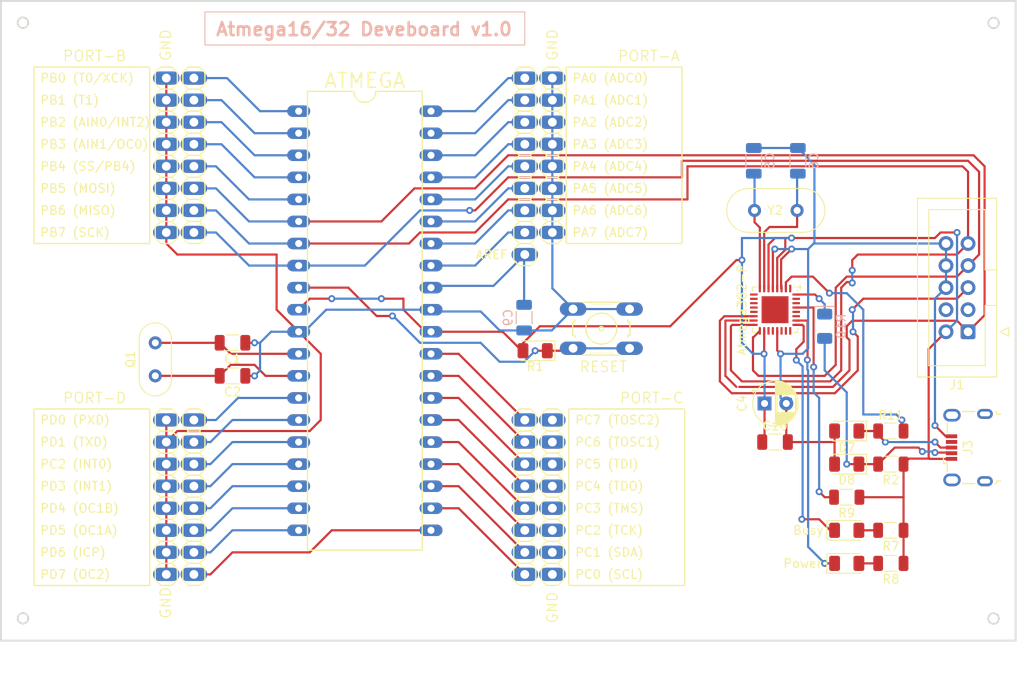
<source format=kicad_pcb>
(kicad_pcb (version 20240108) (generator "pcbnew") (generator_version "8.0")
  (title_block (title "Atmega 16 / 32 Development Board") (date "2024-04-18") (rev "V1.0") (company "badbyte.systems") (comment 1 "Open Source Hardware"))
  (layers (0 "F.Cu" signal "Top") (31 "B.Cu" signal "Bottom") (34 "B.Paste" user) (35 "F.Paste" user) (36 "B.SilkS" user "B.Silkscreen") (37 "F.SilkS" user "F.Silkscreen") (38 "B.Mask" user) (39 "F.Mask" user) (44 "Edge.Cuts" user))
  (net 0 "")
  (net 1 "Net-(ATMEGA-16-(AIN1{slash}OC0)PB3)")
  (net 2 "Net-(ATMEGA-16-(ADC4)PA4)")
  (net 3 "Net-(ATMEGA-16-(ADC0)PA0)")
  (net 4 "Net-(ATMEGA-16-(TCK)PC2)")
  (net 5 "Net-(ATMEGA-16-(AIN0{slash}INT2)PB2)")
  (net 6 "Net-(ATMEGA-16-(ADC2)PA2)")
  (net 7 "/SCK")
  (net 8 "Net-(ATMEGA-16-(SS)PB4)")
  (net 9 "Net-(ATMEGA-16-(ADC3)PA3)")
  (net 10 "GND")
  (net 11 "Net-(ATMEGA-16-(OC1A)PD5)")
  (net 12 "Net-(ATMEGA-16-(TDO)PC4)")
  (net 13 "Net-(ATMEGA-16-(TXD)PD1)")
  (net 14 "Net-(ATMEGA-16-(INT0)PD2)")
  (net 15 "Net-(ATMEGA-16-(TOSC1)PC6)")
  (net 16 "Net-(ATMEGA-16-(ADC7)PA7)")
  (net 17 "Net-(ATMEGA-16-(RXD)PD0)")
  (net 18 "Net-(ATMEGA-16-XTAL2)")
  (net 19 "Net-(ATMEGA-16-(SCL)PC0)")
  (net 20 "Net-(ATMEGA-16-(INT1)PD3)")
  (net 21 "Net-(ATMEGA-16-(TDI)PC5)")
  (net 22 "Net-(ATMEGA-16-(T1)PB1)")
  (net 23 "/MOSI")
  (net 24 "/MISO")
  (net 25 "Net-(ATMEGA-16-(ICP)PD6)")
  (net 26 "Net-(ATMEGA-16-(TOSC2)PC7)")
  (net 27 "Net-(ATMEGA-16-(ADC5)PA5)")
  (net 28 "+5V")
  (net 29 "/AREF")
  (net 30 "Net-(ATMEGA-16-(T0{slash}XCK)PB0)")
  (net 31 "Net-(ATMEGA-16-(TMS)PC3)")
  (net 32 "Net-(ATMEGA-16-(OC1B)PD4)")
  (net 33 "Net-(ATMEGA-16-(ADC6)PA6)")
  (net 34 "Net-(ATMEGA-16-XTAL1)")
  (net 35 "Net-(ATMEGA-16-(ADC1)PA1)")
  (net 36 "/RESET")
  (net 37 "Net-(ATMEGA-16-(OC2)PD7)")
  (net 38 "Net-(ATMEGA-16-(SDA)PC1)")
  (net 39 "Net-(U2-XTAL2{slash}PB7)")
  (net 40 "Net-(U2-XTAL1{slash}PB6)")
  (net 41 "Net-(D5-K)")
  (net 42 "Net-(D5-A)")
  (net 43 "Net-(D6-K)")
  (net 44 "Net-(D6-A)")
  (net 45 "Net-(D7-K)")
  (net 46 "Net-(D8-K)")
  (net 51 "Net-(U2-~{RESET}{slash}PC6)")
  (net 52 "Net-(U2-PD2)")
  (net 53 "Net-(U2-PD4)")
  (footprint "Capacitor_SMD:C_1206_3216Metric" (layer "F.Cu") (at 58.42 96.52 180)
    (property "Reference" "C2")
    (property "Value" "C")
  )
  (footprint "Atmega16-32 Development Board:B3F-10XX" (layer "F.Cu") (at 100.8888 91.0844 180)
    (property "Reference" "RESET")
    (property "Value" "SWITCH")
  )
  (footprint "LED_SMD:LED_1206_3216Metric" (layer "F.Cu") (at 129.145 118.110349)
    (property "Reference" "Power")
    (property "Value" "Power")
  )
  (footprint "Capacitor_THT:CP_Radial_D5.0mm_P2.50mm" (layer "F.Cu") (at 119.684887 99.695349)
    (property "Reference" "C4")
    (property "Value" "100uF")
  )
  (footprint "Resistor_SMD:R_1206_3216Metric" (layer "F.Cu") (at 134.225 118.110349 180)
    (property "Reference" "R8")
    (property "Value" "1K5")
  )
  (footprint "Atmega16-32 Development Board:1X08" (layer "F.Cu") (at 53.975 71.12 -90)
    (property "Reference" "PORT-B")
    (property "Value" "PINHD-1X8")
  )
  (footprint "Diode_SMD:D_1206_3216Metric" (layer "F.Cu") (at 93.2688 93.6244 180)
    (property "Reference" "R1")
    (property "Value" "10k")
  )
  (footprint "Resistor_SMD:R_1206_3216Metric" (layer "F.Cu") (at 134.225 106.680349 180)
    (property "Reference" "R2")
    (property "Value" "1K5")
  )
  (footprint "Capacitor_SMD:C_1206_3216Metric" (layer "F.Cu") (at 120.89 104.140349)
    (property "Reference" "C10")
    (property "Value" "0.1uF")
  )
  (footprint "Atmega16-32 Development Board:1X09" (layer "F.Cu") (at 92.075 72.39 90)
    (property "Reference" "PORT-A")
    (property "Value" "PINHD-1X9")
  )
  (footprint "Diode_SMD:D_1206_3216Metric" (layer "F.Cu") (at 129.145 102.870349 180)
    (property "Reference" "D7")
    (property "Value" "3V6")
  )
  (footprint "Atmega16-32 Development Board:1X08" (layer "F.Cu") (at 95.25 71.12 90)
    (property "Reference" "GND")
    (property "Value" "PINHD-1X8")
  )
  (footprint "LED_SMD:LED_1206_3216Metric" (layer "F.Cu") (at 129.145 114.300349)
    (property "Reference" "Busy")
    (property "Value" "Busy")
  )
  (footprint "Connector_USB:USB_Micro-B_Wuerth_629105150521" (layer "F.Cu") (at 143.115 104.775349 90)
    (property "Reference" "J3")
    (property "Value" "USB_B_Micro")
  )
  (footprint "Capacitor_SMD:C_1206_3216Metric" (layer "F.Cu") (at 58.42 92.71 180)
    (property "Reference" "C1")
    (property "Value" "C")
  )
  (footprint "Connector_IDC:IDC-Header_2x05_P2.54mm_Vertical" (layer "F.Cu") (at 143.115 91.440349 180)
    (property "Reference" "J1")
    (property "Value" "ISPHeader")
  )
  (footprint "Atmega16-32 Development Board:1X08" (layer "F.Cu") (at 50.8 71.12 90)
    (property "Reference" "GND")
    (property "Value" "PINHD-1X8")
  )
  (footprint "Crystal:Crystal_HC18-U_Vertical" (layer "F.Cu") (at 118.53 77.470349)
    (property "Reference" "Y2")
    (property "Value" "12MHz")
  )
  (footprint "Atmega16-32 Development Board:1X08" (layer "F.Cu") (at 50.8 110.49 90)
    (property "Reference" "GND")
    (property "Value" "PINHD-1X8")
  )
  (footprint "Atmega16-32 Development Board:1X08" (layer "F.Cu") (at 92.075 110.49 90)
    (property "Reference" "PORT-C")
    (property "Value" "PINHD-1X8")
  )
  (footprint "Atmega16-32 Development Board:1X08" (layer "F.Cu") (at 53.975 110.49 -90)
    (property "Reference" "PORT-D")
    (property "Value" "PINHD-1X8")
  )
  (footprint "Crystal:Crystal_HC52-U_Vertical" (layer "F.Cu") (at 49.53 96.515 90)
    (property "Reference" "Q1")
    (property "Value" "CRYSTAL")
  )
  (footprint "Package_DFN_QFN:QFN-32-1EP_5x5mm_P0.5mm_EP3.1x3.1mm" (layer "F.Cu") (at 120.89 88.900349 -90)
    (property "Reference" "Atmega382-P")
    (property "Value" "ATmega328-M")
  )
  (footprint "Resistor_SMD:R_1206_3216Metric" (layer "F.Cu") (at 134.225 114.300349 180)
    (property "Reference" "R7")
    (property "Value" "1K5")
  )
  (footprint "Atmega16-32 Development Board:DIL40" (layer "F.Cu") (at 73.66 90.17 -90)
    (property "Reference" "ATMEGA")
    (property "Value" "MEGA32-P")
  )
  (footprint "Resistor_SMD:R_1206_3216Metric" (layer "F.Cu") (at 134.225 102.870349)
    (property "Reference" "R11")
    (property "Value" "68")
  )
  (footprint "Resistor_SMD:R_1206_3216Metric" (layer "F.Cu") (at 129.145 110.490349 180)
    (property "Reference" "R9")
    (property "Value" "10K")
  )
  (footprint "Diode_SMD:D_1206_3216Metric" (layer "F.Cu") (at 129.145 106.680349 180)
    (property "Reference" "D8")
    (property "Value" "3V6")
  )
  (footprint "Atmega16-32 Development Board:1X08" (layer "F.Cu") (at 95.25 110.49 90)
    (property "Reference" "GND")
    (property "Value" "PINHD-1X8")
  )
  (footprint "Capacitor_SMD:C_1206_3216Metric" (layer "B.Cu") (at 123.52 71.755349 90)
    (property "Reference" "C6")
    (property "Value" "22pF")
  )
  (footprint "Capacitor_SMD:C_1206_3216Metric" (layer "B.Cu") (at 91.9988 89.8144 -90)
    (property "Reference" "C9")
    (property "Value" "100n")
  )
  (footprint "Capacitor_SMD:C_1206_3216Metric" (layer "B.Cu") (at 118.44 71.755349 90)
    (property "Reference" "C5")
    (property "Value" "22pF")
  )
  (footprint "Diode_SMD:D_1206_3216Metric" (layer "B.Cu") (at 126.605 90.805349 -90)
    (property "Reference" "R10")
    (property "Value" "68")
  )
  (gr_rect (start 96.8375 60.96) (end 110.1725 81.28) (stroke (width 0.15)) (fill none) (layer "F.SilkS"))
  (gr_rect (start 97.155 100.33) (end 110.49 120.65) (stroke (width 0.15)) (fill none) (layer "F.SilkS"))
  (gr_rect (start 35.56 60.96) (end 48.895 81.28) (stroke (width 0.15)) (fill none) (layer "F.SilkS"))
  (gr_rect (start 35.56 100.33) (end 48.895 120.65) (stroke (width 0.15)) (fill none) (layer "F.SilkS"))
  (gr_circle (center 34.29 55.855) (end 34.9 55.855) (stroke (width 0.2)) (fill none) (layer "Edge.Cuts"))
  (gr_circle (center 146.05 124.46) (end 146.66 124.46) (stroke (width 0.2)) (fill none) (layer "Edge.Cuts"))
  (gr_circle (center 146.05 55.88) (end 146.66 55.88) (stroke (width 0.2)) (fill none) (layer "Edge.Cuts"))
  (gr_line (start 148.59 127) (end 31.75 127) (stroke (width 0.2)) (layer "Edge.Cuts"))
  (gr_line (start 31.75 127) (end 31.75 53.34) (stroke (width 0.2)) (layer "Edge.Cuts"))
  (gr_line (start 31.75 53.34) (end 148.59 53.34) (stroke (width 0.2)) (layer "Edge.Cuts"))
  (gr_line (start 148.59 53.34) (end 148.59 127) (stroke (width 0.2)) (layer "Edge.Cuts"))
  (gr_circle (center 34.29 124.435) (end 34.9 124.435) (stroke (width 0.2)) (fill none) (layer "Edge.Cuts"))
  (gr_text "AREF" (at 86.36 82.55 0) (layer "F.SilkS") (effects (font (size 1 1)) (justify left)))
  (gr_text "PB6 (MISO)" (at 36.195 77.47 0) (layer "F.SilkS") (effects (font (size 1 1)) (justify left)))
  (gr_text "PA6 (ADC6)" (at 97.4725 77.47 0) (layer "F.SilkS") (effects (font (size 1 1)) (justify left)))
  (gr_text "PC2 (INT0)" (at 36.195 106.68 0) (layer "F.SilkS") (effects (font (size 1 1)) (justify left)))
  (gr_text "PB7 (SCK)" (at 36.195 80.01 0) (layer "F.SilkS") (effects (font (size 1 1)) (justify left)))
  (gr_text "PC4 (TDO)" (at 97.79 109.22 0) (layer "F.SilkS") (effects (font (size 1 1)) (justify left)))
  (gr_text "PD0 (PXD)" (at 36.195 101.6 0) (layer "F.SilkS") (effects (font (size 1 1)) (justify left)))
  (gr_text "PD6 (ICP)" (at 36.195 116.84 0) (layer "F.SilkS") (effects (font (size 1 1)) (justify left)))
  (gr_text "PB0 (T0/XCK)" (at 36.195 62.23 0) (layer "F.SilkS") (effects (font (size 1 1)) (justify left)))
  (gr_text "PC3 (TMS)" (at 97.79 111.76 0) (layer "F.SilkS") (effects (font (size 1 1)) (justify left)))
  (gr_text "PC7 (TOSC2)" (at 97.79 101.6 0) (layer "F.SilkS") (effects (font (size 1 1)) (justify left)))
  (gr_text "PA0 (ADC0)" (at 97.4725 62.23 0) (layer "F.SilkS") (effects (font (size 1 1)) (justify left)))
  (gr_text "PC1 (SDA)" (at 97.79 116.84 0) (layer "F.SilkS") (effects (font (size 1 1)) (justify left)))
  (gr_text "PA3 (ADC3)" (at 97.4725 69.85 0) (layer "F.SilkS") (effects (font (size 1 1)) (justify left)))
  (gr_text "PC5 (TDI)" (at 97.79 106.68 0) (layer "F.SilkS") (effects (font (size 1 1)) (justify left)))
  (gr_text "PB2 (AIN0/INT2)" (at 36.195 67.31 0) (layer "F.SilkS") (effects (font (size 1 1)) (justify left)))
  (gr_text "PB4 (SS/PB4)" (at 36.195 72.39 0) (layer "F.SilkS") (effects (font (size 1 1)) (justify left)))
  (gr_text "PA7 (ADC7)" (at 97.4725 80.01 0) (layer "F.SilkS") (effects (font (size 1 1)) (justify left)))
  (gr_text "PA2 (ADC2)" (at 97.4725 67.31 0) (layer "F.SilkS") (effects (font (size 1 1)) (justify left)))
  (gr_text "PA4 (ADC4)" (at 97.4725 72.39 0) (layer "F.SilkS") (effects (font (size 1 1)) (justify left)))
  (gr_text "PA1 (ADC1)" (at 97.4725 64.77 0) (layer "F.SilkS") (effects (font (size 1 1)) (justify left)))
  (gr_text "PC0 (SCL)" (at 97.79 119.38 0) (layer "F.SilkS") (effects (font (size 1 1)) (justify left)))
  (gr_text "PD3 (INT1)" (at 36.195 109.22 0) (layer "F.SilkS") (effects (font (size 1 1)) (justify left)))
  (gr_text "PD1 (TXD)" (at 36.195 104.14 0) (layer "F.SilkS") (effects (font (size 1 1)) (justify left)))
  (gr_text "PB5 (MOSI)" (at 36.195 74.93 0) (layer "F.SilkS") (effects (font (size 1 1)) (justify left)))
  (gr_text "PD7 (OC2)" (at 36.195 119.38 0) (layer "F.SilkS") (effects (font (size 1 1)) (justify left)))
  (gr_text "PD4 (OC1B)" (at 36.195 111.76 0) (layer "F.SilkS") (effects (font (size 1 1)) (justify left)))
  (gr_text "PB1 (T1)" (at 36.195 64.77 0) (layer "F.SilkS") (effects (font (size 1 1)) (justify left)))
  (gr_text "PB3 (AIN1/OC0)" (at 36.195 69.85 0) (layer "F.SilkS") (effects (font (size 1 1)) (justify left)))
  (gr_text "PC6 (TOSC1)" (at 97.79 104.14 0) (layer "F.SilkS") (effects (font (size 1 1)) (justify left)))
  (gr_text "PA5 (ADC5)" (at 97.4725 74.93 0) (layer "F.SilkS") (effects (font (size 1 1)) (justify left)))
  (gr_text "PC2 (TCK)" (at 97.79 114.3 0) (layer "F.SilkS") (effects (font (size 1 1)) (justify left)))
  (gr_text "PD5 (OC1A)" (at 36.195 114.3 0) (layer "F.SilkS") (effects (font (size 1 1)) (justify left)))
  (gr_text_box "Atmega16/32 Deveboard v1.0" (start 55.245 54.61) (end 92.075 58.42) (layer "B.SilkS") (effects (font (size 1.5 1.5) (thickness 0.3) (bold yes)) (justify left top)) (border yes) (stroke (width 0.1)))
  (segment (start 57.15 69.85) (end 60.96 73.66) (width 0.25) (layer "B.Cu") (net 1))
  (segment (start 60.96 73.66) (end 66.04 73.66) (width 0.25) (layer "B.Cu") (net 1))
  (segment (start 53.975 69.85) (end 57.15 69.85) (width 0.25) (layer "B.Cu") (net 1))
  (segment (start 92.075 72.39) (end 90.17 72.39) (width 0.25) (layer "B.Cu") (net 2))
  (segment (start 86.36 76.2) (end 81.28 76.2) (width 0.25) (layer "B.Cu") (net 2))
  (segment (start 90.17 72.39) (end 86.36 76.2) (width 0.25) (layer "B.Cu") (net 2))
  (segment (start 92.075 62.23) (end 90.17 62.23) (width 0.25) (layer "B.Cu") (net 3))
  (segment (start 90.17 62.23) (end 86.36 66.04) (width 0.25) (layer "B.Cu") (net 3))
  (segment (start 86.36 66.04) (end 81.28 66.04) (width 0.25) (layer "B.Cu") (net 3))
  (segment (start 84.455 106.68) (end 81.28 106.68) (width 0.25) (layer "F.Cu") (net 4))
  (segment (start 92.075 114.3) (end 84.455 106.68) (width 0.25) (layer "F.Cu") (net 4))
  (segment (start 57.15 67.31) (end 60.96 71.12) (width 0.25) (layer "B.Cu") (net 5))
  (segment (start 53.975 67.31) (end 57.15 67.31) (width 0.25) (layer "B.Cu") (net 5))
  (segment (start 60.96 71.12) (end 66.04 71.12) (width 0.25) (layer "B.Cu") (net 5))
  (segment (start 90.17 67.31) (end 86.36 71.12) (width 0.25) (layer "B.Cu") (net 6))
  (segment (start 92.075 67.31) (end 90.17 67.31) (width 0.25) (layer "B.Cu") (net 6))
  (segment (start 86.36 71.12) (end 81.28 71.12) (width 0.25) (layer "B.Cu") (net 6))
  (segment (start 127.875 86.360349) (end 129.145 85.090349) (width 0.25) (layer "F.Cu") (net 7))
  (segment (start 118.4025 92.075349) (end 118.35 92.075349) (width 0.25) (layer "F.Cu") (net 7))
  (segment (start 144.385349 73.025) (end 143.115349 71.755) (width 0.25) (layer "F.Cu") (net 7))
  (segment (start 127.875 95.250698) (end 127.875 86.360349) (width 0.25) (layer "F.Cu") (net 7))
  (segment (start 110.1725 73.66) (end 110.1725 71.755) (width 0.25) (layer "F.Cu") (net 7))
  (segment (start 118.985 96.520349) (end 126.605349 96.520349) (width 0.25) (layer "F.Cu") (net 7))
  (segment (start 110.1725 71.755) (end 143.115349 71.755) (width 0.25) (layer "F.Cu") (net 7))
  (segment (start 143.115 83.820349) (end 144.385 82.550349) (width 0.25) (layer "F.Cu") (net 7))
  (segment (start 119.14 91.337849) (end 118.4025 92.075349) (width 0.25) (layer "F.Cu") (net 7))
  (segment (start 90.17 73.66) (end 110.1725 73.66) (width 0.25) (layer "F.Cu") (net 7))
  (segment (start 86.36 77.47) (end 90.17 73.66) (width 0.25) (layer "F.Cu") (net 7))
  (segment (start 85.725 77.47) (end 86.36 77.47) (width 0.25) (layer "F.Cu") (net 7))
  (segment (start 144.385 82.550349) (end 144.385 80.645349) (width 0.25) (layer "F.Cu") (net 7))
  (segment (start 129.145 85.090349) (end 141.845 85.090349) (width 0.25) (layer "F.Cu") (net 7))
  (segment (start 126.605349 96.520349) (end 127.875 95.250698) (width 0.25) (layer "F.Cu") (net 7))
  (segment (start 141.845 85.090349) (end 143.115 83.820349) (width 0.25) (layer "F.Cu") (net 7))
  (segment (start 144.385349 80.645) (end 144.385349 73.025) (width 0.25) (layer "F.Cu") (net 7))
  (segment (start 144.385 80.645349) (end 144.385349 80.645) (width 0.25) (layer "F.Cu") (net 7))
  (segment (start 118.35 95.885349) (end 118.985 96.520349) (width 0.25) (layer "F.Cu") (net 7))
  (segment (start 118.35 92.075349) (end 118.35 95.885349) (width 0.25) (layer "F.Cu") (net 7))
  (via (at 85.725 77.47) (size 0.8) (drill 0.4) (layers "F.Cu" "B.Cu") (net 7))
  (segment (start 56.515 80.01) (end 60.325 83.82) (width 0.25) (layer "B.Cu") (net 7))
  (segment (start 80.01 77.47) (end 73.66 83.82) (width 0.25) (layer "B.Cu") (net 7))
  (segment (start 60.325 83.82) (end 66.04 83.82) (width 0.25) (layer "B.Cu") (net 7))
  (segment (start 73.66 83.82) (end 66.04 83.82) (width 0.25) (layer "B.Cu") (net 7))
  (segment (start 85.725 77.47) (end 80.01 77.47) (width 0.25) (layer "B.Cu") (net 7))
  (segment (start 53.975 80.01) (end 56.515 80.01) (width 0.25) (layer "B.Cu") (net 7))
  (segment (start 56.515 72.39) (end 60.325 76.2) (width 0.25) (layer "B.Cu") (net 8))
  (segment (start 53.975 72.39) (end 56.515 72.39) (width 0.25) (layer "B.Cu") (net 8))
  (segment (start 60.325 76.2) (end 66.04 76.2) (width 0.25) (layer "B.Cu") (net 8))
  (segment (start 92.075 69.85) (end 90.17 69.85) (width 0.25) (layer "B.Cu") (net 9))
  (segment (start 86.36 73.66) (end 81.28 73.66) (width 0.25) (layer "B.Cu") (net 9))
  (segment (start 90.17 69.85) (end 86.36 73.66) (width 0.25) (layer "B.Cu") (net 9))
  (segment (start 50.8 62.23) (end 50.8 64.77) (width 0.25) (layer "F.Cu") (net 10))
  (segment (start 50.8 104.14) (end 50.8 101.6) (width 0.25) (layer "F.Cu") (net 10))
  (segment (start 50.8 109.22) (end 50.8 106.68) (width 0.25) (layer "F.Cu") (net 10))
  (segment (start 68.58 101.6) (end 68.58 93.98) (width 0.25) (layer "F.Cu") (net 10))
  (segment (start 127.745 106.680349) (end 127.745 104.140349) (width 0.25) (layer "F.Cu") (net 10))
  (segment (start 68.58 93.98) (end 66.04 91.44) (width 0.25) (layer "F.Cu") (net 10))
  (segment (start 50.8 77.47) (end 50.8 80.01) (width 0.25) (layer "F.Cu") (net 10))
  (segment (start 121.6275 86.462849) (end 121.59 86.425349) (width 0.25) (layer "F.Cu") (net 10))
  (segment (start 59.895 92.71) (end 60.96 92.71) (width 0.25) (layer "F.Cu") (net 10))
  (segment (start 122.365 104.140349) (end 127.745 104.140349) (width 0.25) (layer "F.Cu") (net 10))
  (segment (start 59.895 96.52) (end 60.96 96.52) (width 0.25) (layer "F.Cu") (net 10))
  (segment (start 122.184887 103.960236) (end 122.365 104.140349) (width 0.25) (layer "F.Cu") (net 10))
  (segment (start 52.07 82.55) (end 63.5 82.55) (width 0.25) (layer "F.Cu") (net 10))
  (segment (start 50.8 104.14) (end 50.8 106.68) (width 0.25) (layer "F.Cu") (net 10))
  (segment (start 50.8 74.93) (end 50.8 77.47) (width 0.25) (layer "F.Cu") (net 10))
  (segment (start 50.8 80.01) (end 50.8 81.28) (width 0.25) (layer "F.Cu") (net 10))
  (segment (start 122.795 81.916745) (end 121.590698 83.121047) (width 0.25) (layer "F.Cu") (net 10))
  (segment (start 121.64 86.462849) (end 121.6275 86.462849) (width 0.25) (layer "F.Cu") (net 10))
  (segment (start 122.795 81.915349) (end 122.795 81.916745) (width 0.25) (layer "F.Cu") (net 10))
  (segment (start 50.8 67.31) (end 50.8 69.85) (width 0.25) (layer "F.Cu") (net 10))
  (segment (start 127.745 104.140349) (end 127.745 102.870349) (width 0.25) (layer "F.Cu") (net 10))
  (segment (start 121.59 86.425349) (end 121.59 83.120349) (width 0.25) (layer "F.Cu") (net 10))
  (segment (start 63.5 88.9) (end 66.04 91.44) (width 0.25) (layer "F.Cu") (net 10))
  (segment (start 50.8 111.76) (end 50.8 109.22) (width 0.25) (layer "F.Cu") (net 10))
  (segment (start 50.8 116.84) (end 50.8 114.3) (width 0.25) (layer "F.Cu") (net 10))
  (segment (start 120.64 86.462849) (end 120.64 82.140349) (width 0.25) (layer "F.Cu") (net 10))
  (segment (start 63.5 82.55) (end 63.5 88.9) (width 0.25) (layer "F.Cu") (net 10))
  (segment (start 121.14 93.595349) (end 121.525 93.980349) (width 0.25) (layer "F.Cu") (net 10))
  (segment (start 50.8 114.3) (end 50.8 111.76) (width 0.25) (layer "F.Cu") (net 10))
  (segment (start 127.745 102.830349) (end 127.745 102.870349) (width 0.25) (layer "F.Cu") (net 10))
  (segment (start 121.14 91.337849) (end 121.14 93.595349) (width 0.25) (layer "F.Cu") (net 10))
  (segment (start 50.8 81.28) (end 52.07 82.55) (width 0.25) (layer "F.Cu") (net 10))
  (segment (start 50.8 104.14) (end 52.07 102.87) (width 0.25) (layer "F.Cu") (net 10))
  (segment (start 120.64 82.140349) (end 120.865 81.915349) (width 0.25) (layer "F.Cu") (net 10))
  (segment (start 140.545 103.475349) (end 139.305 102.235349) (width 0.25) (layer "F.Cu") (net 10))
  (segment (start 50.8 64.77) (end 50.8 67.31) (width 0.25) (layer "F.Cu") (net 10))
  (segment (start 52.07 102.87) (end 67.31 102.87) (width 0.25) (layer "F.Cu") (net 10))
  (segment (start 50.8 72.39) (end 50.8 74.93) (width 0.25) (layer "F.Cu") (net 10))
  (segment (start 122.365 99.875462) (end 122.184887 99.695349) (width 0.25) (layer "F.Cu") (net 10))
  (segment (start 141.215 103.475349) (end 140.545 103.475349) (width 0.25) (layer "F.Cu") (net 10))
  (segment (start 50.8 69.85) (end 50.8 72.39) (width 0.25) (layer "F.Cu") (net 10))
  (segment (start 67.31 102.87) (end 68.58 101.6) (width 0.25) (layer "F.Cu") (net 10))
  (segment (start 50.8 119.38) (end 50.8 116.84) (width 0.25) (layer "F.Cu") (net 10))
  (segment (start 122.184887 99.695349) (end 122.184887 103.960236) (width 0.25) (layer "F.Cu") (net 10))
  (via (at 122.795 81.915349) (size 0.8) (drill 0.4) (layers "F.Cu" "B.Cu") (net 10))
  (via (at 60.96 92.71) (size 0.8) (drill 0.4) (layers "F.Cu" "B.Cu") (net 10))
  (via (at 139.305 102.235349) (size 0.8) (drill 0.4) (layers "F.Cu" "B.Cu") (net 10))
  (via (at 120.865 81.915349) (size 0.8) (drill 0.4) (layers "F.Cu" "B.Cu") (net 10))
  (via (at 60.96 96.52) (size 0.8) (drill 0.4) (layers "F.Cu" "B.Cu") (net 10))
  (via (at 121.525 93.980349) (size 0.8) (drill 0.4) (layers "F.Cu" "B.Cu") (net 10))
  (segment (start 61.595 95.885) (end 61.595 92.71) (width 0.25) (layer "B.Cu") (net 10))
  (segment (start 95.25 72.39) (end 95.25 69.85) (width 0.25) (layer "B.Cu") (net 10))
  (segment (start 122.795 81.915349) (end 124.7 81.915349) (width 0.25) (layer "B.Cu") (net 10))
  (segment (start 81.485 89.105) (end 81.28 88.9) (width 0.25) (layer "B.Cu") (net 10))
  (segment (start 125.425 72.185349) (end 123.52 70.280349) (width 0.25) (layer "B.Cu") (net 10))
  (segment (start 121.525 99.035462) (end 122.184887 99.695349) (width 0.25) (layer "B.Cu") (net 10))
  (segment (start 95.25 74.93) (end 95.25 72.39) (width 0.25) (layer "B.Cu") (net 10))
  (segment (start 125.335 81.280349) (end 140.575 81.280349) (width 0.25) (layer "B.Cu") (net 10))
  (segment (start 124.065 93.980349) (end 121.525 93.980349) (width 0.25) (layer "B.Cu") (net 10))
  (segment (start 60.96 96.52) (end 61.595 95.885) (width 0.25) (layer "B.Cu") (net 10))
  (segment (start 122.729887 99.150349) (end 122.184887 99.695349) (width 0.25) (layer "B.Cu") (net 10))
  (segment (start 120.865 81.915349) (end 122.795 81.915349) (width 0.25) (layer "B.Cu") (net 10))
  (segment (start 95.25 80.01) (end 95.25 86.4362) (width 0.25) (layer "B.Cu") (net 10))
  (segment (start 86.995 89.105) (end 89.1794 91.2894) (width 0.25) (layer "B.Cu") (net 10))
  (segment (start 95.25 62.23) (end 95.25 64.77) (width 0.25) (layer "B.Cu") (net 10))
  (segment (start 104.14 88.8238) (end 97.6376 88.8238) (width 0.25) (layer "B.Cu") (net 10))
  (segment (start 139.305 102.235349) (end 139.305 87.630349) (width 0.25) (layer "B.Cu") (net 10))
  (segment (start 95.25 77.47) (end 95.25 74.93) (width 0.25) (layer "B.Cu") (net 10))
  (segment (start 86.995 89.105) (end 81.485 89.105) (width 0.25) (layer "B.Cu") (net 10))
  (segment (start 95.25 80.01) (end 95.25 77.47) (width 0.25) (layer "B.Cu") (net 10))
  (segment (start 95.25 64.77) (end 95.25 67.31) (width 0.25) (layer "B.Cu") (net 10))
  (segment (start 125.425 72.185349) (end 125.425 81.190349) (width 0.25) (layer "B.Cu") (net 10))
  (segment (start 95.25 67.31) (end 95.25 69.85) (width 0.25) (layer "B.Cu") (net 10))
  (segment (start 61.595 92.71) (end 62.865 91.44) (width 0.25) (layer "B.Cu") (net 10))
  (segment (start 95.25 86.4362) (end 97.6376 88.8238) (width 0.25) (layer "B.Cu") (net 10))
  (segment (start 125.425 81.190349) (end 125.335 81.280349) (width 0.25) (layer "B.Cu") (net 10))
  (segment (start 81.28 88.9) (end 69.215 88.9) (width 0.25) (layer "B.Cu") (net 10))
  (segment (start 124.7 93.345349) (end 124.7 81.915349) (width 0.25) (layer "B.Cu") (net 10))
  (segment (start 118.44 70.280349) (end 123.52 70.280349) (width 0.25) (layer "B.Cu") (net 10))
  (segment (start 124.065 93.980349) (end 124.7 93.345349) (width 0.25) (layer "B.Cu") (net 10))
  (segment (start 66.675 91.44) (end 69.215 88.9) (width 0.25) (layer "B.Cu") (net 10))
  (segment (start 89.1794 91.2894) (end 91.9988 91.2894) (width 0.25) (layer "B.Cu") (net 10))
  (segment (start 62.865 91.44) (end 66.04 91.44) (width 0.25) (layer "B.Cu") (net 10))
  (segment (start 139.305 87.630349) (end 140.575 86.360349) (width 0.25) (layer "B.Cu") (net 10))
  (segment (start 91.9988 91.2894) (end 95.172 91.2894) (width 0.25) (layer "B.Cu") (net 10))
  (segment (start 95.172 91.2894) (end 97.6376 88.8238) (width 0.25) (layer "B.Cu") (net 10))
  (segment (start 60.96 92.71) (end 61.595 92.71) (width 0.25) (layer "B.Cu") (net 10))
  (segment (start 140.575 83.820349) (end 140.575 86.360349) (width 0.25) (layer "B.Cu") (net 10))
  (segment (start 140.575 81.280349) (end 140.575 83.820349) (width 0.25) (layer "B.Cu") (net 10))
  (segment (start 121.525 93.980349) (end 121.525 99.035462) (width 0.25) (layer "B.Cu") (net 10))
  (segment (start 124.7 81.915349) (end 125.335 81.280349) (width 0.25) (layer "B.Cu") (net 10))
  (segment (start 66.04 91.44) (end 66.675 91.44) (width 0.25) (layer "B.Cu") (net 10))
  (segment (start 53.975 114.3) (end 55.88 114.3) (width 0.25) (layer "B.Cu") (net 11))
  (segment (start 58.42 111.76) (end 66.04 111.76) (width 0.25) (layer "B.Cu") (net 11))
  (segment (start 55.88 114.3) (end 58.42 111.76) (width 0.25) (layer "B.Cu") (net 11))
  (segment (start 84.455 101.6) (end 81.28 101.6) (width 0.25) (layer "F.Cu") (net 12))
  (segment (start 92.075 109.22) (end 84.455 101.6) (width 0.25) (layer "F.Cu") (net 12))
  (segment (start 58.42 101.6) (end 66.04 101.6) (width 0.25) (layer "B.Cu") (net 13))
  (segment (start 55.88 104.14) (end 58.42 101.6) (width 0.25) (layer "B.Cu") (net 13))
  (segment (start 53.975 104.14) (end 55.88 104.14) (width 0.25) (layer "B.Cu") (net 13))
  (segment (start 55.88 106.68) (end 58.42 104.14) (width 0.25) (layer "B.Cu") (net 14))
  (segment (start 58.42 104.14) (end 66.04 104.14) (width 0.25) (layer "B.Cu") (net 14))
  (segment (start 53.975 106.68) (end 55.88 106.68) (width 0.25) (layer "B.Cu") (net 14))
  (segment (start 84.455 96.52) (end 81.28 96.52) (width 0.25) (layer "F.Cu") (net 15))
  (segment (start 92.075 104.14) (end 84.455 96.52) (width 0.25) (layer "F.Cu") (net 15))
  (segment (start 90.17 80.01) (end 86.36 83.82) (width 0.25) (layer "B.Cu") (net 16))
  (segment (start 86.36 83.82) (end 81.28 83.82) (width 0.25) (layer "B.Cu") (net 16))
  (segment (start 92.075 80.01) (end 90.17 80.01) (width 0.25) (layer "B.Cu") (net 16))
  (segment (start 56.515 101.6) (end 59.055 99.06) (width 0.25) (layer "B.Cu") (net 17))
  (segment (start 59.055 99.06) (end 66.04 99.06) (width 0.25) (layer "B.Cu") (net 17))
  (segment (start 53.975 101.6) (end 56.515 101.6) (width 0.25) (layer "B.Cu") (net 17))
  (segment (start 66.04 93.98) (end 58.215 93.98) (width 0.25) (layer "F.Cu") (net 18))
  (segment (start 49.53 92.715) (end 56.94 92.715) (width 0.25) (layer "F.Cu") (net 18))
  (segment (start 56.94 92.715) (end 56.945 92.71) (width 0.25) (layer "F.Cu") (net 18))
  (segment (start 58.215 93.98) (end 56.945 92.71) (width 0.25) (layer "F.Cu") (net 18))
  (segment (start 81.28 111.76) (end 84.455 111.76) (width 0.25) (layer "F.Cu") (net 19))
  (segment (start 84.455 111.76) (end 92.075 119.38) (width 0.25) (layer "F.Cu") (net 19))
  (segment (start 58.42 106.68) (end 66.04 106.68) (width 0.25) (layer "B.Cu") (net 20))
  (segment (start 53.975 109.22) (end 55.88 109.22) (width 0.25) (layer "B.Cu") (net 20))
  (segment (start 55.88 109.22) (end 58.42 106.68) (width 0.25) (layer "B.Cu") (net 20))
  (segment (start 84.455 99.06) (end 81.28 99.06) (width 0.25) (layer "F.Cu") (net 21))
  (segment (start 92.075 106.68) (end 84.455 99.06) (width 0.25) (layer "F.Cu") (net 21))
  (segment (start 53.975 64.77) (end 57.15 64.77) (width 0.25) (layer "B.Cu") (net 22))
  (segment (start 57.15 64.77) (end 60.96 68.58) (width 0.25) (layer "B.Cu") (net 22))
  (segment (start 60.96 68.58) (end 66.04 68.58) (width 0.25) (layer "B.Cu") (net 22))
  (segment (start 115.196396 90.150349) (end 118.4525 90.150349) (width 0.25) (layer "F.Cu") (net 23))
  (segment (start 141.845 90.170349) (end 143.115 91.440349) (width 0.25) (layer "F.Cu") (net 23))
  (segment (start 115.175 90.171745) (end 115.196396 90.150349) (width 0.25) (layer "F.Cu") (net 23))
  (segment (start 115.175 96.520349) (end 115.175 90.171745) (width 0.25) (layer "F.Cu") (net 23))
  (segment (start 127.557849 97.790349) (end 129.462849 95.885349) (width 0.25) (layer "F.Cu") (net 23))
  (segment (start 116.762849 97.790349) (end 127.557849 97.790349) (width 0.25) (layer "F.Cu") (net 23))
  (segment (start 116.445 97.790349) (end 115.175 96.520349) (width 0.25) (layer "F.Cu") (net 23))
  (segment (start 129.462849 92.3925) (end 129.145349 92.075) (width 0.25) (layer "F.Cu") (net 23))
  (segment (start 86.36 74.93) (end 90.17 71.12) (width 0.25) (layer "F.Cu") (net 23))
  (segment (start 129.462849 95.885349) (end 129.462849 92.3925) (width 0.25) (layer "F.Cu") (net 23))
  (segment (start 66.04 78.74) (end 75.565 78.74) (width 0.25) (layer "F.Cu") (net 23))
  (segment (start 129.78 90.170349) (end 141.845 90.170349) (width 0.25) (layer "F.Cu") (net 23))
  (segment (start 75.565 78.74) (end 79.375 74.93) (width 0.25) (layer "F.Cu") (net 23))
  (segment (start 145.02 89.535349) (end 143.115 91.440349) (width 0.25) (layer "F.Cu") (net 23))
  (segment (start 143.750349 71.12) (end 145.02 72.389651) (width 0.25) (layer "F.Cu") (net 23))
  (segment (start 90.17 71.12) (end 143.750349 71.12) (width 0.25) (layer "F.Cu") (net 23))
  (segment (start 129.145349 92.075) (end 129.145349 90.805) (width 0.25) (layer "F.Cu") (net 23))
  (segment (start 79.375 74.93) (end 86.36 74.93) (width 0.25) (layer "F.Cu") (net 23))
  (segment (start 145.02 72.389651) (end 145.02 89.535349) (width 0.25) (layer "F.Cu") (net 23))
  (segment (start 129.145349 90.805) (end 129.78 90.170349) (width 0.25) (layer "F.Cu") (net 23))
  (segment (start 60.325 78.74) (end 66.04 78.74) (width 0.25) (layer "B.Cu") (net 23))
  (segment (start 53.975 74.93) (end 56.515 74.93) (width 0.25) (layer "B.Cu") (net 23))
  (segment (start 56.515 74.93) (end 60.325 78.74) (width 0.25) (layer "B.Cu") (net 23))
  (segment (start 90.17 76.2) (end 110.8075 76.2) (width 0.25) (layer "F.Cu") (net 24))
  (segment (start 129.78 83.185349) (end 130.415 82.550349) (width 0.25) (layer "F.Cu") (net 24))
  (segment (start 129.146396 85.725349) (end 129.78 85.725349) (width 0.25) (layer "F.Cu") (net 24))
  (segment (start 115.81 90.805349) (end 115.81 95.885349) (width 0.25) (layer "F.Cu") (net 24))
  (segment (start 142.480349 72.39) (end 143.115 73.024651) (width 0.25) (layer "F.Cu") (net 24))
  (segment (start 80.01 80.01) (end 86.36 80.01) (width 0.25) (layer "F.Cu") (net 24))
  (segment (start 141.845 82.550349) (end 143.115 81.280349) (width 0.25) (layer "F.Cu") (net 24))
  (segment (start 78.74 81.28) (end 80.01 80.01) (width 0.25) (layer "F.Cu") (net 24))
  (segment (start 128.510698 95.884651) (end 128.510698 86.361047) (width 0.25) (layer "F.Cu") (net 24))
  (segment (start 110.8075 76.2) (end 110.8075 72.39) (width 0.25) (layer "F.Cu") (net 24))
  (segment (start 115.81 95.885349) (end 117.08 97.155349) (width 0.25) (layer "F.Cu") (net 24))
  (segment (start 130.415 82.550349) (end 141.845 82.550349) (width 0.25) (layer "F.Cu") (net 24))
  (segment (start 115.965 90.650349) (end 115.81 90.805349) (width 0.25) (layer "F.Cu") (net 24))
  (segment (start 117.08 97.155349) (end 127.24 97.155349) (width 0.25) (layer "F.Cu") (net 24))
  (segment (start 110.8075 72.39) (end 142.480349 72.39) (width 0.25) (layer "F.Cu") (net 24))
  (segment (start 86.36 80.01) (end 90.17 76.2) (width 0.25) (layer "F.Cu") (net 24))
  (segment (start 129.78 85.725349) (end 129.78 85.815349) (width 0.25) (layer "F.Cu") (net 24))
  (segment (start 128.510698 95.884651) (end 127.24 97.155349) (width 0.25) (layer "F.Cu") (net 24))
  (segment (start 118.4525 90.650349) (end 115.965 90.650349) (width 0.25) (layer "F.Cu") (net 24))
  (segment (start 128.510698 86.361047) (end 129.146396 85.725349) (width 0.25) (layer "F.Cu") (net 24))
  (segment (start 143.115 73.024651) (end 143.115 81.280349) (width 0.25) (layer "F.Cu") (net 24))
  (segment (start 66.04 81.28) (end 78.74 81.28) (width 0.25) (layer "F.Cu") (net 24))
  (segment (start 129.78 84.365349) (end 129.78 83.185349) (width 0.25) (layer "F.Cu") (net 24))
  (via (at 129.78 85.815349) (size 0.8) (drill 0.4) (layers "F.Cu" "B.Cu") (net 24))
  (via (at 129.78 84.365349) (size 0.8) (drill 0.4) (layers "F.Cu" "B.Cu") (net 24))
  (segment (start 129.78 85.815349) (end 129.78 84.365349) (width 0.25) (layer "B.Cu") (net 24))
  (segment (start 53.975 77.47) (end 56.515 77.47) (width 0.25) (layer "B.Cu") (net 24))
  (segment (start 60.325 81.28) (end 66.04 81.28) (width 0.25) (layer "B.Cu") (net 24))
  (segment (start 56.515 77.47) (end 60.325 81.28) (width 0.25) (layer "B.Cu") (net 24))
  (segment (start 55.88 116.84) (end 58.42 114.3) (width 0.25) (layer "B.Cu") (net 25))
  (segment (start 53.975 116.84) (end 55.88 116.84) (width 0.25) (layer "B.Cu") (net 25))
  (segment (start 58.42 114.3) (end 66.04 114.3) (width 0.25) (layer "B.Cu") (net 25))
  (segment (start 84.455 93.98) (end 81.28 93.98) (width 0.25) (layer "F.Cu") (net 26))
  (segment (start 92.075 101.6) (end 84.455 93.98) (width 0.25) (layer "F.Cu") (net 26))
  (segment (start 90.17 74.93) (end 86.36 78.74) (width 0.25) (layer "B.Cu") (net 27))
  (segment (start 86.36 78.74) (end 81.28 78.74) (width 0.25) (layer "B.Cu") (net 27))
  (segment (start 92.075 74.93) (end 90.17 74.93) (width 0.25) (layer "B.Cu") (net 27))
  (segment (start 116.445349 83.185) (end 108.825349 90.805) (width 0.25) (layer "F.Cu") (net 28))
  (segment (start 138.7 106.075349) (end 138.67 106.045349) (width 0.25) (layer "F.Cu") (net 28))
  (segment (start 121.14 82.933953) (end 122.07 82.003953) (width 0.25) (layer "F.Cu") (net 28))
  (segment (start 135.6875 106.680349) (end 136.3225 106.045349) (width 0.25) (layer "F.Cu") (net 28))
  (segment (start 93.8132 90.805) (end 91.8688 92.7494) (width 0.25) (layer "F.Cu") (net 28))
  (segment (start 139.94 80.010349) (end 141.845 80.010349) (width 0.25) (layer "F.Cu") (net 28))
  (segment (start 120.89 80.645349) (end 122.16 80.645349) (width 0.25) (layer "F.Cu") (net 28))
  (segment (start 120.14 81.395349) (end 120.89 80.645349) (width 0.25) (layer "F.Cu") (net 28))
  (segment (start 139.305 80.645349) (end 139.94 80.010349) (width 0.25) (layer "F.Cu") (net 28))
  (segment (start 108.825349 90.805) (end 93.8132 90.805) (width 0.25) (layer "F.Cu") (net 28))
  (segment (start 67.31 87.63) (end 69.85 87.63) (width 0.25) (layer "F.Cu") (net 28))
  (segment (start 135.6875 110.490349) (end 135.6875 114.300349) (width 0.25) (layer "F.Cu") (net 28))
  (segment (start 122.795 80.645349) (end 122.160349 80.645349) (width 0.25) (layer "F.Cu") (net 28))
  (segment (start 135.6875 114.300349) (end 135.6875 118.110349) (width 0.25) (layer "F.Cu") (net 28))
  (segment (start 81.28 91.44) (end 80.645 91.44) (width 0.25) (layer "F.Cu") (net 28))
  (segment (start 136.3225 106.045349) (end 138.67 106.045349) (width 0.25) (layer "F.Cu") (net 28))
  (segment (start 119.684887 99.695349) (end 119.684887 103.870462) (width 0.25) (layer "F.Cu") (net 28))
  (segment (start 91.8688 93.6244) (end 91.7194 93.6244) (width 0.25) (layer "F.Cu") (net 28))
  (segment (start 121.14 86.462849) (end 121.14 82.933953) (width 0.25) (layer "F.Cu") (net 28))
  (segment (start 122.160349 80.645349) (end 122.16 80.645349) (width 0.25) (layer "F.Cu") (net 28))
  (segment (start 89.535 91.44) (end 81.28 91.44) (width 0.25) (layer "F.Cu") (net 28))
  (segment (start 91.8688 92.7494) (end 91.8688 93.6244) (width 0.25) (layer "F.Cu") (net 28))
  (segment (start 80.645 91.44) (end 78.105 88.9) (width 0.25) (layer "F.Cu") (net 28))
  (segment (start 122.795 80.645349) (end 139.305 80.645349) (width 0.25) (layer "F.Cu") (net 28))
  (segment (start 117.080349 83.185) (end 116.445349 83.185) (width 0.25) (layer "F.Cu") (net 28))
  (segment (start 119.684887 103.870462) (end 119.415 104.140349) (width 0.25) (layer "F.Cu") (net 28))
  (segment (start 119.64 93.960349) (end 119.62 93.980349) (width 0.25) (layer "F.Cu") (net 28))
  (segment (start 138.67 106.045349) (end 138.58 105.955349) (width 0.25) (layer "F.Cu") (net 28))
  (segment (start 130.6075 110.490349) (end 135.6875 110.490349) (width 0.25) (layer "F.Cu") (net 28))
  (segment (start 122.07 82.003953) (end 122.07 80.735698) (width 0.25) (layer "F.Cu") (net 28))
  (segment (start 141.215 106.075349) (end 138.7 106.075349) (width 0.25) (layer "F.Cu") (net 28))
  (segment (start 91.7194 93.6244) (end 89.535 91.44) (width 0.25) (layer "F.Cu") (net 28))
  (segment (start 138.58 93.435349) (end 138.58 105.955349) (width 0.25) (layer "F.Cu") (net 28))
  (segment (start 78.105 87.63) (end 75.565 87.63) (width 0.25) (layer "F.Cu") (net 28))
  (segment (start 119.64 91.337849) (end 119.64 93.960349) (width 0.25) (layer "F.Cu") (net 28))
  (segment (start 122.07 80.735698) (end 122.160349 80.645349) (width 0.25) (layer "F.Cu") (net 28))
  (segment (start 120.14 86.462849) (end 120.14 81.395349) (width 0.25) (layer "F.Cu") (net 28))
  (segment (start 135.6875 106.680349) (end 135.6875 110.490349) (width 0.25) (layer "F.Cu") (net 28))
  (segment (start 78.105 88.9) (end 78.105 87.63) (width 0.25) (layer "F.Cu") (net 28))
  (segment (start 119.415 99.965236) (end 119.684887 99.695349) (width 0.25) (layer "F.Cu") (net 28))
  (segment (start 66.04 88.9) (end 67.31 87.63) (width 0.25) (layer "F.Cu") (net 28))
  (segment (start 140.575 91.440349) (end 138.58 93.435349) (width 0.25) (layer "F.Cu") (net 28))
  (via (at 122.795 80.645349) (size 0.8) (drill 0.4) (layers "F.Cu" "B.Cu") (net 28))
  (via (at 119.62 93.980349) (size 0.8) (drill 0.4) (layers "F.Cu" "B.Cu") (net 28))
  (via (at 69.85 87.63) (size 0.8) (drill 0.4) (layers "F.Cu" "B.Cu") (net 28))
  (via (at 141.845 80.010349) (size 0.8) (drill 0.4) (layers "F.Cu" "B.Cu") (net 28))
  (via (at 75.565 87.63) (size 0.8) (drill 0.4) (layers "F.Cu" "B.Cu") (net 28))
  (via (at 117.080349 83.185) (size 0.8) (drill 0.4) (layers "F.Cu" "B.Cu") (net 28))
  (segment (start 119.62 80.645349) (end 122.795 80.645349) (width 0.25) (layer "B.Cu") (net 28))
  (segment (start 117.080349 83.185) (end 117.080349 80.645) (width 0.25) (layer "B.Cu") (net 28))
  (segment (start 75.565 87.63) (end 69.85 87.63) (width 0.25) (layer "B.Cu") (net 28))
  (segment (start 117.08 92.710349) (end 117.08 83.185349) (width 0.25) (layer "B.Cu") (net 28))
  (segment (start 119.619651 80.645) (end 119.62 80.645349) (width 0.25) (layer "B.Cu") (net 28))
  (segment (start 119.62 93.980349) (end 118.35 93.980349) (width 0.25) (layer "B.Cu") (net 28))
  (segment (start 119.684887 99.695349) (end 119.684887 94.045236) (width 0.25) (layer "B.Cu") (net 28))
  (segment (start 118.35 93.980349) (end 117.08 92.710349) (width 0.25) (layer "B.Cu") (net 28))
  (segment (start 119.684887 94.045236) (end 119.62 93.980349) (width 0.25) (layer "B.Cu") (net 28))
  (segment (start 141.845 90.170349) (end 140.575 91.440349) (width 0.25) (layer "B.Cu") (net 28))
  (segment (start 117.08 83.185349) (end 117.080349 83.185) (width 0.25) (layer "B.Cu") (net 28))
  (segment (start 117.080349 80.645) (end 119.619651 80.645) (width 0.25) (layer "B.Cu") (net 28))
  (segment (start 141.845 80.010349) (end 141.845 90.170349) (width 0.25) (layer "B.Cu") (net 28))
  (segment (start 81.28 86.36) (end 81.485 86.155) (width 0.25) (layer "B.Cu") (net 29))
  (segment (start 81.485 86.155) (end 88.47 86.155) (width 0.25) (layer "B.Cu") (net 29))
  (segment (start 91.9988 82.6262) (end 92.075 82.55) (width 0.25) (layer "B.Cu") (net 29))
  (segment (start 91.9988 88.3394) (end 91.9988 82.6262) (width 0.25) (layer "B.Cu") (net 29))
  (segment (start 88.47 86.155) (end 92.075 82.55) (width 0.25) (layer "B.Cu") (net 29))
  (segment (start 61.595 66.04) (end 66.04 66.04) (width 0.25) (layer "B.Cu") (net 30))
  (segment (start 53.975 62.23) (end 57.785 62.23) (width 0.25) (layer "B.Cu") (net 30))
  (segment (start 57.785 62.23) (end 61.595 66.04) (width 0.25) (layer "B.Cu") (net 30))
  (segment (start 84.455 104.14) (end 81.28 104.14) (width 0.25) (layer "F.Cu") (net 31))
  (segment (start 92.075 111.76) (end 84.455 104.14) (width 0.25) (layer "F.Cu") (net 31))
  (segment (start 58.42 109.22) (end 66.04 109.22) (width 0.25) (layer "B.Cu") (net 32))
  (segment (start 55.88 111.76) (end 58.42 109.22) (width 0.25) (layer "B.Cu") (net 32))
  (segment (start 53.975 111.76) (end 55.88 111.76) (width 0.25) (layer "B.Cu") (net 32))
  (segment (start 86.36 81.28) (end 81.28 81.28) (width 0.25) (layer "B.Cu") (net 33))
  (segment (start 90.17 77.47) (end 86.36 81.28) (width 0.25) (layer "B.Cu") (net 33))
  (segment (start 92.075 77.47) (end 90.17 77.47) (width 0.25) (layer "B.Cu") (net 33))
  (segment (start 49.53 96.515) (end 56.94 96.515) (width 0.25) (layer "F.Cu") (net 34))
  (segment (start 66.04 96.52) (end 62.23 96.52) (width 0.25) (layer "F.Cu") (net 34))
  (segment (start 60.96 95.25) (end 58.215 95.25) (width 0.25) (layer "F.Cu") (net 34))
  (segment (start 58.215 95.25) (end 56.945 96.52) (width 0.25) (layer "F.Cu") (net 34))
  (segment (start 62.23 96.52) (end 60.96 95.25) (width 0.25) (layer "F.Cu") (net 34))
  (segment (start 56.94 96.515) (end 56.945 96.52) (width 0.25) (layer "F.Cu") (net 34))
  (segment (start 86.36 68.58) (end 81.28 68.58) (width 0.25) (layer "B.Cu") (net 35))
  (segment (start 92.075 64.77) (end 90.17 64.77) (width 0.25) (layer "B.Cu") (net 35))
  (segment (start 90.17 64.77) (end 86.36 68.58) (width 0.25) (layer "B.Cu") (net 35))
  (segment (start 130.415349 95.885) (end 130.415349 91.985698) (width 0.25) (layer "F.Cu") (net 36))
  (segment (start 94.6688 93.6244) (end 97.3582 93.6244) (width 0.25) (layer "F.Cu") (net 36))
  (segment (start 127.968547 98.331802) (end 130.415349 95.885) (width 0.25) (layer "F.Cu") (net 36))
  (segment (start 94.6688 93.6244) (end 93.2688 93.6244) (width 0.25) (layer "F.Cu") (net 36))
  (segment (start 104.14 93.345) (end 104.3432 93.345) (width 0.25) (layer "F.Cu") (net 36))
  (segment (start 76.835 89.625) (end 75.02 89.625) (width 0.25) (layer "F.Cu") (net 36))
  (segment (start 75.02 89.625) (end 71.755 86.36) (width 0.25) (layer "F.Cu") (net 36))
  (segment (start 115.06 89.650349) (end 118.4525 89.650349) (width 0.25) (layer "F.Cu") (net 36))
  (segment (start 127.782151 98.516802) (end 115.901453 98.516802) (width 0.25) (layer "F.Cu") (net 36))
  (segment (start 114.54 90.170349) (end 115.06 89.650349) (width 0.25) (layer "F.Cu") (net 36))
  (segment (start 114.54 97.155349) (end 114.54 90.170349) (width 0.25) (layer "F.Cu") (net 36))
  (segment (start 115.901453 98.516802) (end 114.54 97.155349) (width 0.25) (layer "F.Cu") (net 36))
  (segment (start 141.845 87.630349) (end 143.115 86.360349) (width 0.25) (layer "F.Cu") (net 36))
  (segment (start 129.78 88.900349) (end 131.05 87.630349) (width 0.25) (layer "F.Cu") (net 36))
  (segment (start 97.3582 93.6244) (end 97.6376 93.345) (width 0.25) (layer "F.Cu") (net 36))
  (segment (start 127.967151 98.331802) (end 127.782151 98.516802) (width 0.25) (layer "F.Cu") (net 36))
  (segment (start 131.05 87.630349) (end 141.845 87.630349) (width 0.25) (layer "F.Cu") (net 36))
  (segment (start 71.755 86.36) (end 66.04 86.36) (width 0.25) (layer "F.Cu") (net 36))
  (segment (start 130.415349 91.985698) (end 129.87 91.440349) (width 0.25) (layer "F.Cu") (net 36))
  (via (at 93.2688 93.6244) (size 0.8) (drill 0.4) (layers "F.Cu" "B.Cu") (net 36))
  (via (at 76.835 89.625) (size 0.8) (drill 0.4) (layers "F.Cu" "B.Cu") (net 36))
  (via (at 129.87 91.440349) (size 0.8) (drill 0.4) (layers "F.Cu" "B.Cu") (net 36))
  (via (at 129.78 88.900349) (size 0.8) (drill 0.4) (layers "F.Cu" "B.Cu") (net 36))
  (segment (start 129.87 91.440349) (end 129.87 88.990349) (width 0.25) (layer "B.Cu") (net 36))
  (segment (start 129.87 88.990349) (end 129.78 88.900349) (width 0.25) (layer "B.Cu") (net 36))
  (segment (start 80.01 92.71) (end 76.835 89.535) (width 0.25) (layer "B.Cu") (net 36))
  (segment (start 93.2688 93.6244) (end 91.9988 94.8944) (width 0.25) (layer "B.Cu") (net 36))
  (segment (start 76.835 89.535) (end 76.835 89.625) (width 0.25) (layer "B.Cu") (net 36))
  (segment (start 104.14 93.345) (end 97.6376 93.345) (width 0.25) (layer "B.Cu") (net 36))
  (segment (start 89.1794 94.8944) (end 91.9988 94.8944) (width 0.25) (layer "B.Cu") (net 36))
  (segment (start 86.995 92.71) (end 80.01 92.71) (width 0.25) (layer "B.Cu") (net 36))
  (segment (start 86.995 92.71) (end 89.1794 94.8944) (width 0.25) (layer "B.Cu") (net 36))
  (segment (start 58.42 116.84) (end 55.88 119.38) (width 0.25) (layer "F.Cu") (net 37))
  (segment (start 69.85 114.3) (end 67.31 116.84) (width 0.25) (layer "F.Cu") (net 37))
  (segment (start 67.31 116.84) (end 58.42 116.84) (width 0.25) (layer "F.Cu") (net 37))
  (segment (start 81.28 114.3) (end 69.85 114.3) (width 0.25) (layer "F.Cu") (net 37))
  (segment (start 55.88 119.38) (end 53.975 119.38) (width 0.25) (layer "F.Cu") (net 37))
  (segment (start 92.075 116.84) (end 84.455 109.22) (width 0.25) (layer "F.Cu") (net 38))
  (segment (start 84.455 109.22) (end 81.28 109.22) (width 0.25) (layer "F.Cu") (net 38))
  (segment (start 118.53 78.830349) (end 118.53 77.470349) (width 0.25) (layer "F.Cu") (net 39))
  (segment (start 119.14 79.440349) (end 118.53 78.830349) (width 0.25) (layer "F.Cu") (net 39))
  (segment (start 119.14 86.462849) (end 119.14 79.440349) (width 0.25) (layer "F.Cu") (net 39))
  (segment (start 118.53 77.470349) (end 118.53 73.320349) (width 0.25) (layer "B.Cu") (net 39))
  (segment (start 123.43 79.375349) (end 123.43 77.470349) (width 0.25) (layer "F.Cu") (net 40))
  (segment (start 120.255 79.375349) (end 123.43 79.375349) (width 0.25) (layer "F.Cu") (net 40))
  (segment (start 119.64 86.462849) (end 119.64 79.990349) (width 0.25) (layer "F.Cu") (net 40))
  (segment (start 119.64 79.990349) (end 120.255 79.375349) (width 0.25) (layer "F.Cu") (net 40))
  (segment (start 123.43 77.470349) (end 123.43 73.320349) (width 0.25) (layer "B.Cu") (net 40))
  (segment (start 124.030349 90.650349) (end 123.3275 90.650349) (width 0.25) (layer "F.Cu") (net 41))
  (segment (start 127.240698 114.300349) (end 127.745 114.300349) (width 0.25) (layer "F.Cu") (net 41))
  (segment (start 123.340349 94.705349) (end 123.340349 93.435) (width 0.25) (layer "F.Cu") (net 41))
  (segment (start 123.340349 93.435) (end 124.185 92.590349) (width 0.25) (layer "F.Cu") (net 41))
  (segment (start 125.970349 113.03) (end 127.240698 114.300349) (width 0.25) (layer "F.Cu") (net 41))
  (segment (start 124.185 90.805) (end 124.030349 90.650349) (width 0.25) (layer "F.Cu") (net 41))
  (segment (start 123.975349 113.03) (end 125.970349 113.03) (width 0.25) (layer "F.Cu") (net 41))
  (segment (start 124.185 92.590349) (end 124.185 90.805) (width 0.25) (layer "F.Cu") (net 41))
  (via (at 123.340349 94.705349) (size 0.8) (drill 0.4) (layers "F.Cu" "B.Cu") (net 41))
  (via (at 123.975349 113.03) (size 0.8) (drill 0.4) (layers "F.Cu" "B.Cu") (net 41))
  (segment (start 124.065349 113.03) (end 123.975349 113.03) (width 0.25) (layer "B.Cu") (net 41))
  (segment (start 123.340349 94.705349) (end 124.065349 95.430349) (width 0.25) (layer "B.Cu") (net 41))
  (segment (start 124.065349 95.430349) (end 124.065349 113.03) (width 0.25) (layer "B.Cu") (net 41))
  (segment (start 132.7625 114.300349) (end 130.545 114.300349) (width 0.25) (layer "F.Cu") (net 42))
  (segment (start 127.745 118.110349) (end 126.605698 118.110349) (width 0.25) (layer "F.Cu") (net 43))
  (segment (start 126.605698 118.110349) (end 126.605349 118.11) (width 0.25) (layer "F.Cu") (net 43))
  (segment (start 124.635 90.150349) (end 123.3275 90.150349) (width 0.25) (layer "F.Cu") (net 43))
  (segment (start 124.610349 94.680349) (end 124.635 94.655698) (width 0.25) (layer "F.Cu") (net 43))
  (segment (start 124.635 94.655698) (end 124.635 90.150349) (width 0.25) (layer "F.Cu") (net 43))
  (via (at 126.605349 118.11) (size 0.8) (drill 0.4) (layers "F.Cu" "B.Cu") (net 43))
  (via (at 124.610349 94.680349) (size 0.8) (drill 0.4) (layers "F.Cu" "B.Cu") (net 43))
  (segment (start 124.700349 95.890654) (end 124.700349 116.205) (width 0.25) (layer "B.Cu") (net 43))
  (segment (start 124.700349 116.205) (end 126.605349 118.11) (width 0.25) (layer "B.Cu") (net 43))
  (segment (start 124.610349 94.680349) (end 124.610349 95.800654) (width 0.25) (layer "B.Cu") (net 43))
  (segment (start 124.610349 95.800654) (end 124.700349 95.890654) (width 0.25) (layer "B.Cu") (net 43))
  (segment (start 132.7625 118.110349) (end 130.545 118.110349) (width 0.25) (layer "F.Cu") (net 44))
  (segment (start 132.7625 103.312849) (end 133.59 104.140349) (width 0.25) (layer "F.Cu") (net 45))
  (segment (start 141.215 104.775349) (end 139.94 104.775349) (width 0.25) (layer "F.Cu") (net 45))
  (segment (start 139.94 104.775349) (end 139.305 104.140349) (width 0.25) (layer "F.Cu") (net 45))
  (segment (start 130.545 102.870349) (end 132.7625 102.870349) (width 0.25) (layer "F.Cu") (net 45))
  (segment (start 132.7625 102.870349) (end 132.7625 103.312849) (width 0.25) (layer "F.Cu") (net 45))
  (via (at 139.305 104.140349) (size 0.8) (drill 0.4) (layers "F.Cu" "B.Cu") (net 45))
  (via (at 133.59 104.140349) (size 0.8) (drill 0.4) (layers "F.Cu" "B.Cu") (net 45))
  (segment (start 139.305 104.140349) (end 133.59 104.140349) (width 0.25) (layer "B.Cu") (net 45))
  (segment (start 130.545 106.680349) (end 132.7625 106.680349) (width 0.25) (layer "F.Cu") (net 46))
  (segment (start 137.4 104.775349) (end 137.855 105.230349) (width 0.25) (layer "F.Cu") (net 46))
  (segment (start 134.6675 104.775349) (end 137.4 104.775349) (width 0.25) (layer "F.Cu") (net 46))
  (segment (start 129.145 106.680349) (end 130.545 106.680349) (width 0.25) (layer "F.Cu") (net 46))
  (segment (start 141.14 105.350349) (end 141.215 105.425349) (width 0.25) (layer "F.Cu") (net 46))
  (segment (start 132.7625 106.680349) (end 134.6675 104.775349) (width 0.25) (layer "F.Cu") (net 46))
  (segment (start 139.305 105.350349) (end 141.14 105.350349) (width 0.25) (layer "F.Cu") (net 46))
  (via (at 129.145 106.680349) (size 0.8) (drill 0.4) (layers "F.Cu" "B.Cu") (net 46))
  (via (at 137.855 105.230349) (size 0.8) (drill 0.4) (layers "F.Cu" "B.Cu") (net 46))
  (via (at 139.305 105.350349) (size 0.8) (drill 0.4) (layers "F.Cu" "B.Cu") (net 46))
  (segment (start 139.305 105.410349) (end 139.305 105.350349) (width 0.25) (layer "B.Cu") (net 46))
  (segment (start 139.125 105.230349) (end 139.305 105.410349) (width 0.25) (layer "B.Cu") (net 46))
  (segment (start 126.605 92.205349) (end 126.605 95.885349) (width 0.25) (layer "B.Cu") (net 46))
  (segment (start 137.855 105.230349) (end 139.125 105.230349) (width 0.25) (layer "B.Cu") (net 46))
  (segment (start 126.605 95.885349) (end 129.145 98.425349) (width 0.25) (layer "B.Cu") (net 46))
  (segment (start 129.145 98.425349) (end 129.145 106.680349) (width 0.25) (layer "B.Cu") (net 46))
  (segment (start 125.97 109.855349) (end 126.605 110.490349) (width 0.25) (layer "F.Cu") (net 51))
  (segment (start 127.6825 110.490349) (end 126.605 110.490349) (width 0.25) (layer "F.Cu") (net 51))
  (segment (start 125.335349 88.650349) (end 123.3275 88.650349) (width 0.25) (layer "F.Cu") (net 51))
  (segment (start 125.335349 95.500349) (end 125.335349 88.650349) (width 0.25) (layer "F.Cu") (net 51))
  (via (at 125.97 109.855349) (size 0.8) (drill 0.4) (layers "F.Cu" "B.Cu") (net 51))
  (via (at 125.335349 95.500349) (size 0.8) (drill 0.4) (layers "F.Cu" "B.Cu") (net 51))
  (segment (start 125.335349 95.500349) (end 125.335349 98.425) (width 0.25) (layer "B.Cu") (net 51))
  (segment (start 125.335349 98.425) (end 125.970349 99.06) (width 0.25) (layer "B.Cu") (net 51))
  (segment (start 125.970349 109.855) (end 125.97 109.855349) (width 0.25) (layer "B.Cu") (net 51))
  (segment (start 125.970349 99.06) (end 125.970349 109.855) (width 0.25) (layer "B.Cu") (net 51))
  (segment (start 125.49 87.150349) (end 125.97 87.630349) (width 0.25) (layer "F.Cu") (net 52))
  (segment (start 123.3275 87.150349) (end 125.49 87.150349) (width 0.25) (layer "F.Cu") (net 52))
  (via (at 125.97 87.630349) (size 0.8) (drill 0.4) (layers "F.Cu" "B.Cu") (net 52))
  (segment (start 126.605 88.265349) (end 126.605 89.405349) (width 0.25) (layer "B.Cu") (net 52))
  (segment (start 125.97 87.630349) (end 126.605 88.265349) (width 0.25) (layer "B.Cu") (net 52))
  (segment (start 122.795 85.090349) (end 122.14 85.745349) (width 0.25) (layer "F.Cu") (net 53))
  (segment (start 127.15 86.995349) (end 125.245 85.090349) (width 0.25) (layer "F.Cu") (net 53))
  (segment (start 125.245 85.090349) (end 122.795 85.090349) (width 0.25) (layer "F.Cu") (net 53))
  (segment (start 135.495 102.677849) (end 135.6875 102.870349) (width 0.25) (layer "F.Cu") (net 53))
  (segment (start 135.495 101.600349) (end 135.495 102.677849) (width 0.25) (layer "F.Cu") (net 53))
  (segment (start 122.14 85.745349) (end 122.14 86.462849) (width 0.25) (layer "F.Cu") (net 53))
  (via (at 135.495 101.600349) (size 0.8) (drill 0.4) (layers "F.Cu" "B.Cu") (net 53))
  (via (at 127.15 86.995349) (size 0.8) (drill 0.4) (layers "F.Cu" "B.Cu") (net 53))
  (segment (start 134.86 100.965349) (end 135.495 101.600349) (width 0.25) (layer "B.Cu") (net 53))
  (segment (start 127.15 86.995349) (end 129.145 86.995349) (width 0.25) (layer "B.Cu") (net 53))
  (segment (start 131.05 100.965349) (end 134.86 100.965349) (width 0.25) (layer "B.Cu") (net 53))
  (segment (start 129.145 86.995349) (end 131.05 88.900349) (width 0.25) (layer "B.Cu") (net 53))
  (segment (start 131.05 88.900349) (end 131.05 100.965349) (width 0.25) (layer "B.Cu") (net 53))
)
</source>
